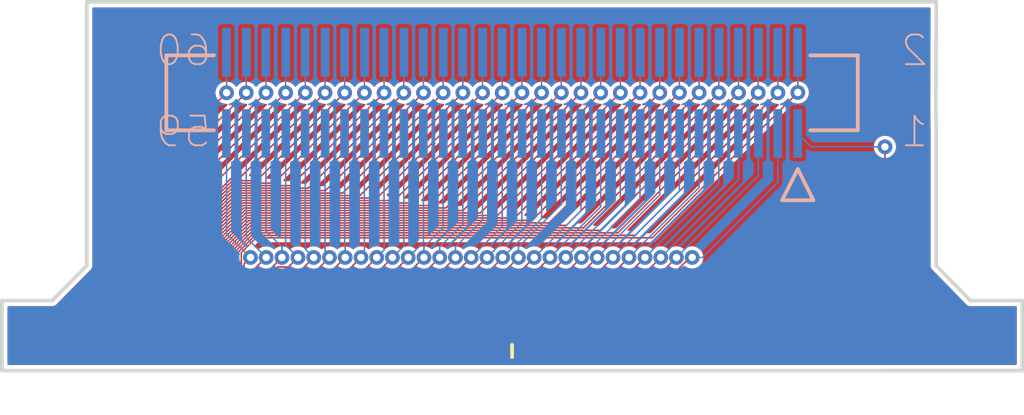
<source format=kicad_pcb>
(kicad_pcb (version 20171130) (host pcbnew 5.1.5)
  (layers (0 Top signal) (31 Bottom signal) (34 B.Paste user) (35 F.Paste user) (36 B.SilkS user) (37 F.SilkS user) (38 B.Mask user) (39 F.Mask user) (44 Edge.Cuts user))
  (net 0 "")
  (net 1 /P47)
  (net 2 /P46)
  (net 3 /P45)
  (net 4 /P44)
  (net 5 /P43)
  (net 6 /P42)
  (net 7 /P41)
  (net 8 /P40)
  (net 9 /P39)
  (net 10 /P38)
  (net 11 /P37)
  (net 12 /P36)
  (net 13 /P35)
  (net 14 /P34)
  (net 15 /P33)
  (net 16 /P32)
  (net 17 /P31)
  (net 18 /P30)
  (net 19 /P29)
  (net 20 /P28)
  (net 21 /P27)
  (net 22 /P26)
  (net 23 /P25)
  (net 24 /P24)
  (net 25 /P23)
  (net 26 /P22)
  (net 27 /P21)
  (net 28 /P20)
  (net 29 /P19)
  (net 30 /P18)
  (net 31 /P17)
  (net 32 /P16)
  (net 33 /P15)
  (net 34 /P14)
  (net 35 /P13)
  (net 36 /P12)
  (net 37 /P11)
  (net 38 /P10)
  (net 39 /P9)
  (net 40 /P8)
  (net 41 /P7)
  (net 42 /P6)
  (net 43 /P5)
  (net 44 /P4)
  (net 45 /P3)
  (net 46 /P2)
  (net 47 /P1)
  (net 48 /COM)
  (net 49 /P48)
  (net 50 /P49)
  (net 51 /P50)
  (net 52 /P51)
  (net 53 /P52)
  (net 54 /P53)
  (net 55 /P54)
  (net 56 /P55)
  (net 57 /P56)
  (net 58 /P57)
  (net 59 /P58)
  (net 60 /P59)
  (net 61 /P70)
  (net 62 /P69)
  (net 63 /P68)
  (net 64 /P67)
  (net 65 /P66)
  (net 66 /P65)
  (net 67 /P64)
  (net 68 /P63)
  (net 69 /P62)
  (net 70 /P61)
  (net 71 /P60)
  (module unl_silab:ETROC_70pad_61x126um_110um_pitch (layer Top) (at 155.07 111.58)
    (fp_text reference J3 hide)
    (fp_text value Conn_02x35_Top_Bottom hide)
    (pad 70 smd rect (at 7.59 0) (size 0.061 0.126) (layers Top F.Mask) (net 48 /COM))
    (pad 69 smd rect (at 7.48 0) (size 0.061 0.126) (layers Top F.Mask) (net 48 /COM))
    (pad 68 smd rect (at 7.37 0) (size 0.061 0.126) (layers Top F.Mask) (net 48 /COM))
    (pad 67 smd rect (at 7.26 0) (size 0.061 0.126) (layers Top F.Mask) (net 48 /COM))
    (pad 66 smd rect (at 7.15 0) (size 0.061 0.126) (layers Top F.Mask) (net 48 /COM))
    (pad 65 smd rect (at 7.04 0) (size 0.061 0.126) (layers Top F.Mask) (net 48 /COM))
    (pad 64 smd rect (at 6.93 0) (size 0.061 0.126) (layers Top F.Mask) (net 48 /COM))
    (pad 63 smd rect (at 6.82 0) (size 0.061 0.126) (layers Top F.Mask) (net 48 /COM))
    (pad 62 smd rect (at 6.71 0) (size 0.061 0.126) (layers Top F.Mask) (net 48 /COM))
    (pad 61 smd rect (at 6.6 0) (size 0.061 0.126) (layers Top F.Mask) (net 48 /COM))
    (pad 60 smd rect (at 6.49 0) (size 0.061 0.126) (layers Top F.Mask) (net 48 /COM))
    (pad 59 smd rect (at 6.38 0) (size 0.061 0.126) (layers Top F.Mask) (net 48 /COM))
    (pad 58 smd rect (at 6.27 0) (size 0.061 0.126) (layers Top F.Mask) (net 48 /COM))
    (pad 57 smd rect (at 6.16 0) (size 0.061 0.126) (layers Top F.Mask) (net 48 /COM))
    (pad 56 smd rect (at 6.05 0) (size 0.061 0.126) (layers Top F.Mask) (net 48 /COM))
    (pad 55 smd rect (at 5.94 0) (size 0.061 0.126) (layers Top F.Mask) (net 48 /COM))
    (pad 54 smd rect (at 5.83 0) (size 0.061 0.126) (layers Top F.Mask) (net 48 /COM))
    (pad 53 smd rect (at 5.72 0) (size 0.061 0.126) (layers Top F.Mask) (net 48 /COM))
    (pad 52 smd rect (at 5.61 0) (size 0.061 0.126) (layers Top F.Mask) (net 48 /COM))
    (pad 51 smd rect (at 5.5 0) (size 0.061 0.126) (layers Top F.Mask) (net 48 /COM))
    (pad 50 smd rect (at 5.39 0) (size 0.061 0.126) (layers Top F.Mask) (net 48 /COM))
    (pad 49 smd rect (at 5.28 0) (size 0.061 0.126) (layers Top F.Mask) (net 48 /COM))
    (pad 48 smd rect (at 5.17 0) (size 0.061 0.126) (layers Top F.Mask) (net 48 /COM))
    (pad 47 smd rect (at 5.06 0) (size 0.061 0.126) (layers Top F.Mask) (net 48 /COM))
    (pad 46 smd rect (at 4.95 0) (size 0.061 0.126) (layers Top F.Mask) (net 48 /COM))
    (pad 45 smd rect (at 4.84 0) (size 0.061 0.126) (layers Top F.Mask) (net 48 /COM))
    (pad 44 smd rect (at 4.73 0) (size 0.061 0.126) (layers Top F.Mask) (net 48 /COM))
    (pad 43 smd rect (at 4.62 0) (size 0.061 0.126) (layers Top F.Mask) (net 48 /COM))
    (pad 42 smd rect (at 4.51 0) (size 0.061 0.126) (layers Top F.Mask) (net 48 /COM))
    (pad 41 smd rect (at 4.4 0) (size 0.061 0.126) (layers Top F.Mask) (net 48 /COM))
    (pad 40 smd rect (at 4.29 0) (size 0.061 0.126) (layers Top F.Mask) (net 48 /COM))
    (pad 39 smd rect (at 4.18 0) (size 0.061 0.126) (layers Top F.Mask) (net 48 /COM))
    (pad 38 smd rect (at 4.07 0) (size 0.061 0.126) (layers Top F.Mask) (net 48 /COM))
    (pad 37 smd rect (at 3.96 0) (size 0.061 0.126) (layers Top F.Mask) (net 48 /COM))
    (pad 36 smd rect (at 3.85 0) (size 0.061 0.126) (layers Top F.Mask) (net 48 /COM))
    (pad 35 smd rect (at 3.74 0) (size 0.061 0.126) (layers Top F.Mask) (net 48 /COM))
    (pad 34 smd rect (at 3.63 0) (size 0.061 0.126) (layers Top F.Mask) (net 48 /COM))
    (pad 33 smd rect (at 3.52 0) (size 0.061 0.126) (layers Top F.Mask) (net 48 /COM))
    (pad 32 smd rect (at 3.41 0) (size 0.061 0.126) (layers Top F.Mask) (net 48 /COM))
    (pad 31 smd rect (at 3.3 0) (size 0.061 0.126) (layers Top F.Mask) (net 48 /COM))
    (pad 30 smd rect (at 3.19 0) (size 0.061 0.126) (layers Top F.Mask) (net 48 /COM))
    (pad 29 smd rect (at 3.08 0) (size 0.061 0.126) (layers Top F.Mask) (net 48 /COM))
    (pad 28 smd rect (at 2.97 0) (size 0.061 0.126) (layers Top F.Mask) (net 48 /COM))
    (pad 27 smd rect (at 2.86 0) (size 0.061 0.126) (layers Top F.Mask) (net 48 /COM))
    (pad 26 smd rect (at 2.75 0) (size 0.061 0.126) (layers Top F.Mask) (net 48 /COM))
    (pad 25 smd rect (at 2.64 0) (size 0.061 0.126) (layers Top F.Mask) (net 48 /COM))
    (pad 24 smd rect (at 2.53 0) (size 0.061 0.126) (layers Top F.Mask) (net 48 /COM))
    (pad 23 smd rect (at 2.42 0) (size 0.061 0.126) (layers Top F.Mask) (net 48 /COM))
    (pad 22 smd rect (at 2.31 0) (size 0.061 0.126) (layers Top F.Mask) (net 48 /COM))
    (pad 21 smd rect (at 2.2 0) (size 0.061 0.126) (layers Top F.Mask) (net 48 /COM))
    (pad 20 smd rect (at 2.09 0) (size 0.061 0.126) (layers Top F.Mask) (net 48 /COM))
    (pad 19 smd rect (at 1.98 0) (size 0.061 0.126) (layers Top F.Mask) (net 48 /COM))
    (pad 18 smd rect (at 1.87 0) (size 0.061 0.126) (layers Top F.Mask) (net 48 /COM))
    (pad 17 smd rect (at 1.76 0) (size 0.061 0.126) (layers Top F.Mask) (net 48 /COM))
    (pad 16 smd rect (at 1.65 0) (size 0.061 0.126) (layers Top F.Mask) (net 48 /COM))
    (pad 15 smd rect (at 1.54 0) (size 0.061 0.126) (layers Top F.Mask) (net 48 /COM))
    (pad 14 smd rect (at 1.43 0) (size 0.061 0.126) (layers Top F.Mask) (net 48 /COM))
    (pad 13 smd rect (at 1.32 0) (size 0.061 0.126) (layers Top F.Mask) (net 48 /COM))
    (pad 12 smd rect (at 1.21 0) (size 0.061 0.126) (layers Top F.Mask) (net 48 /COM))
    (pad 11 smd rect (at 1.1 0) (size 0.061 0.126) (layers Top F.Mask) (net 48 /COM))
    (pad 10 smd rect (at 0.99 0) (size 0.061 0.126) (layers Top F.Mask) (net 48 /COM))
    (pad 9 smd rect (at 0.88 0) (size 0.061 0.126) (layers Top F.Mask) (net 48 /COM))
    (pad 8 smd rect (at 0.77 0) (size 0.061 0.126) (layers Top F.Mask) (net 48 /COM))
    (pad 7 smd rect (at 0.66 0) (size 0.061 0.126) (layers Top F.Mask) (net 48 /COM))
    (pad 6 smd rect (at 0.55 0) (size 0.061 0.126) (layers Top F.Mask) (net 48 /COM))
    (pad 5 smd rect (at 0.44 0) (size 0.061 0.126) (layers Top F.Mask) (net 48 /COM))
    (pad 4 smd rect (at 0.33 0) (size 0.061 0.126) (layers Top F.Mask) (net 48 /COM))
    (pad 3 smd rect (at 0.22 0) (size 0.061 0.126) (layers Top F.Mask) (net 48 /COM))
    (pad 2 smd rect (at 0.11 0) (size 0.061 0.126) (layers Top F.Mask) (net 48 /COM))
    (pad 1 smd rect (at 0 0) (size 0.061 0.126) (layers Top F.Mask) (net 48 /COM))
  )
  (module unl_silab:ETROC_70pad_61x126um_110um_pitch (layer Top) (at 134.31 111.58)
    (fp_text reference J2 hide)
    (fp_text value Conn_02x35_Top_Bottom hide)
    (pad 70 smd rect (at 7.59 0) (size 0.061 0.126) (layers Top F.Mask) (net 61 /P70))
    (pad 69 smd rect (at 7.48 0) (size 0.061 0.126) (layers Top F.Mask) (net 62 /P69))
    (pad 68 smd rect (at 7.37 0) (size 0.061 0.126) (layers Top F.Mask) (net 63 /P68))
    (pad 67 smd rect (at 7.26 0) (size 0.061 0.126) (layers Top F.Mask) (net 64 /P67))
    (pad 66 smd rect (at 7.15 0) (size 0.061 0.126) (layers Top F.Mask) (net 65 /P66))
    (pad 65 smd rect (at 7.04 0) (size 0.061 0.126) (layers Top F.Mask) (net 66 /P65))
    (pad 64 smd rect (at 6.93 0) (size 0.061 0.126) (layers Top F.Mask) (net 67 /P64))
    (pad 63 smd rect (at 6.82 0) (size 0.061 0.126) (layers Top F.Mask) (net 68 /P63))
    (pad 62 smd rect (at 6.71 0) (size 0.061 0.126) (layers Top F.Mask) (net 69 /P62))
    (pad 61 smd rect (at 6.6 0) (size 0.061 0.126) (layers Top F.Mask) (net 70 /P61))
    (pad 60 smd rect (at 6.49 0) (size 0.061 0.126) (layers Top F.Mask) (net 71 /P60))
    (pad 59 smd rect (at 6.38 0) (size 0.061 0.126) (layers Top F.Mask) (net 60 /P59))
    (pad 58 smd rect (at 6.27 0) (size 0.061 0.126) (layers Top F.Mask) (net 59 /P58))
    (pad 57 smd rect (at 6.16 0) (size 0.061 0.126) (layers Top F.Mask) (net 58 /P57))
    (pad 56 smd rect (at 6.05 0) (size 0.061 0.126) (layers Top F.Mask) (net 57 /P56))
    (pad 55 smd rect (at 5.94 0) (size 0.061 0.126) (layers Top F.Mask) (net 56 /P55))
    (pad 54 smd rect (at 5.83 0) (size 0.061 0.126) (layers Top F.Mask) (net 55 /P54))
    (pad 53 smd rect (at 5.72 0) (size 0.061 0.126) (layers Top F.Mask) (net 54 /P53))
    (pad 52 smd rect (at 5.61 0) (size 0.061 0.126) (layers Top F.Mask) (net 53 /P52))
    (pad 51 smd rect (at 5.5 0) (size 0.061 0.126) (layers Top F.Mask) (net 52 /P51))
    (pad 50 smd rect (at 5.39 0) (size 0.061 0.126) (layers Top F.Mask) (net 51 /P50))
    (pad 49 smd rect (at 5.28 0) (size 0.061 0.126) (layers Top F.Mask) (net 50 /P49))
    (pad 48 smd rect (at 5.17 0) (size 0.061 0.126) (layers Top F.Mask) (net 49 /P48))
    (pad 47 smd rect (at 5.06 0) (size 0.061 0.126) (layers Top F.Mask) (net 1 /P47))
    (pad 46 smd rect (at 4.95 0) (size 0.061 0.126) (layers Top F.Mask) (net 2 /P46))
    (pad 45 smd rect (at 4.84 0) (size 0.061 0.126) (layers Top F.Mask) (net 3 /P45))
    (pad 44 smd rect (at 4.73 0) (size 0.061 0.126) (layers Top F.Mask) (net 4 /P44))
    (pad 43 smd rect (at 4.62 0) (size 0.061 0.126) (layers Top F.Mask) (net 5 /P43))
    (pad 42 smd rect (at 4.51 0) (size 0.061 0.126) (layers Top F.Mask) (net 6 /P42))
    (pad 41 smd rect (at 4.4 0) (size 0.061 0.126) (layers Top F.Mask) (net 7 /P41))
    (pad 40 smd rect (at 4.29 0) (size 0.061 0.126) (layers Top F.Mask) (net 8 /P40))
    (pad 39 smd rect (at 4.18 0) (size 0.061 0.126) (layers Top F.Mask) (net 9 /P39))
    (pad 38 smd rect (at 4.07 0) (size 0.061 0.126) (layers Top F.Mask) (net 10 /P38))
    (pad 37 smd rect (at 3.96 0) (size 0.061 0.126) (layers Top F.Mask) (net 11 /P37))
    (pad 36 smd rect (at 3.85 0) (size 0.061 0.126) (layers Top F.Mask) (net 12 /P36))
    (pad 35 smd rect (at 3.74 0) (size 0.061 0.126) (layers Top F.Mask) (net 13 /P35))
    (pad 34 smd rect (at 3.63 0) (size 0.061 0.126) (layers Top F.Mask) (net 14 /P34))
    (pad 33 smd rect (at 3.52 0) (size 0.061 0.126) (layers Top F.Mask) (net 15 /P33))
    (pad 32 smd rect (at 3.41 0) (size 0.061 0.126) (layers Top F.Mask) (net 16 /P32))
    (pad 31 smd rect (at 3.3 0) (size 0.061 0.126) (layers Top F.Mask) (net 17 /P31))
    (pad 30 smd rect (at 3.19 0) (size 0.061 0.126) (layers Top F.Mask) (net 18 /P30))
    (pad 29 smd rect (at 3.08 0) (size 0.061 0.126) (layers Top F.Mask) (net 19 /P29))
    (pad 28 smd rect (at 2.97 0) (size 0.061 0.126) (layers Top F.Mask) (net 20 /P28))
    (pad 27 smd rect (at 2.86 0) (size 0.061 0.126) (layers Top F.Mask) (net 21 /P27))
    (pad 26 smd rect (at 2.75 0) (size 0.061 0.126) (layers Top F.Mask) (net 22 /P26))
    (pad 25 smd rect (at 2.64 0) (size 0.061 0.126) (layers Top F.Mask) (net 23 /P25))
    (pad 24 smd rect (at 2.53 0) (size 0.061 0.126) (layers Top F.Mask) (net 24 /P24))
    (pad 23 smd rect (at 2.42 0) (size 0.061 0.126) (layers Top F.Mask) (net 25 /P23))
    (pad 22 smd rect (at 2.31 0) (size 0.061 0.126) (layers Top F.Mask) (net 26 /P22))
    (pad 21 smd rect (at 2.2 0) (size 0.061 0.126) (layers Top F.Mask) (net 27 /P21))
    (pad 20 smd rect (at 2.09 0) (size 0.061 0.126) (layers Top F.Mask) (net 28 /P20))
    (pad 19 smd rect (at 1.98 0) (size 0.061 0.126) (layers Top F.Mask) (net 29 /P19))
    (pad 18 smd rect (at 1.87 0) (size 0.061 0.126) (layers Top F.Mask) (net 30 /P18))
    (pad 17 smd rect (at 1.76 0) (size 0.061 0.126) (layers Top F.Mask) (net 31 /P17))
    (pad 16 smd rect (at 1.65 0) (size 0.061 0.126) (layers Top F.Mask) (net 32 /P16))
    (pad 15 smd rect (at 1.54 0) (size 0.061 0.126) (layers Top F.Mask) (net 33 /P15))
    (pad 14 smd rect (at 1.43 0) (size 0.061 0.126) (layers Top F.Mask) (net 34 /P14))
    (pad 13 smd rect (at 1.32 0) (size 0.061 0.126) (layers Top F.Mask) (net 35 /P13))
    (pad 12 smd rect (at 1.21 0) (size 0.061 0.126) (layers Top F.Mask) (net 36 /P12))
    (pad 11 smd rect (at 1.1 0) (size 0.061 0.126) (layers Top F.Mask) (net 37 /P11))
    (pad 10 smd rect (at 0.99 0) (size 0.061 0.126) (layers Top F.Mask) (net 38 /P10))
    (pad 9 smd rect (at 0.88 0) (size 0.061 0.126) (layers Top F.Mask) (net 39 /P9))
    (pad 8 smd rect (at 0.77 0) (size 0.061 0.126) (layers Top F.Mask) (net 40 /P8))
    (pad 7 smd rect (at 0.66 0) (size 0.061 0.126) (layers Top F.Mask) (net 41 /P7))
    (pad 6 smd rect (at 0.55 0) (size 0.061 0.126) (layers Top F.Mask) (net 42 /P6))
    (pad 5 smd rect (at 0.44 0) (size 0.061 0.126) (layers Top F.Mask) (net 43 /P5))
    (pad 4 smd rect (at 0.33 0) (size 0.061 0.126) (layers Top F.Mask) (net 44 /P4))
    (pad 3 smd rect (at 0.22 0) (size 0.061 0.126) (layers Top F.Mask) (net 45 /P3))
    (pad 2 smd rect (at 0.11 0) (size 0.061 0.126) (layers Top F.Mask) (net 46 /P2))
    (pad 1 smd rect (at 0 0) (size 0.061 0.126) (layers Top F.Mask) (net 47 /P1))
  )
  (module MechanicalAlNFlex:SAMTEC_FTE-130-01-G-DV-EC (layer Bottom) (at 148.5011 101.2036 180)
    (fp_text reference J1 hide)
    (fp_text value Conn_02x30_Odd_Even)
    (fp_text user 59 (at 14.5542 -2.286 180) (layer B.SilkS) (effects (font (size 1.2065 1.2065) (thickness 0.0762)) (justify right bottom mirror)))
    (fp_text user 60 (at 14.5542 1.016 180) (layer B.SilkS) (effects (font (size 1.2065 1.2065) (thickness 0.0762)) (justify right bottom mirror)))
    (fp_text user 1 (at -15.7226 -2.286 180) (layer B.SilkS) (effects (font (size 1.2065 1.2065) (thickness 0.0762)) (justify right bottom mirror)))
    (fp_text user 2 (at -15.7226 1.016 180) (layer B.SilkS) (effects (font (size 1.2065 1.2065) (thickness 0.0762)) (justify right bottom mirror)))
    (pad 60 smd rect (at 11.6078 1.651 180) (size 0.3556 1.9812) (layers Bottom B.Paste B.Mask) (net 47 /P1))
    (pad 59 smd rect (at 11.6078 -1.651 180) (size 0.3556 1.9812) (layers Bottom B.Paste B.Mask) (net 17 /P31))
    (pad 58 smd rect (at 10.795 1.651 180) (size 0.3556 1.9812) (layers Bottom B.Paste B.Mask) (net 46 /P2))
    (pad 57 smd rect (at 10.795 -1.651 180) (size 0.3556 1.9812) (layers Bottom B.Paste B.Mask) (net 16 /P32))
    (pad 56 smd rect (at 10.0076 1.651 180) (size 0.3556 1.9812) (layers Bottom B.Paste B.Mask) (net 45 /P3))
    (pad 55 smd rect (at 10.0076 -1.651 180) (size 0.3556 1.9812) (layers Bottom B.Paste B.Mask) (net 15 /P33))
    (pad 54 smd rect (at 9.1948 1.651 180) (size 0.3556 1.9812) (layers Bottom B.Paste B.Mask) (net 44 /P4))
    (pad 53 smd rect (at 9.1948 -1.651 180) (size 0.3556 1.9812) (layers Bottom B.Paste B.Mask) (net 14 /P34))
    (pad 52 smd rect (at 8.4074 1.651 180) (size 0.3556 1.9812) (layers Bottom B.Paste B.Mask) (net 43 /P5))
    (pad 51 smd rect (at 8.4074 -1.651 180) (size 0.3556 1.9812) (layers Bottom B.Paste B.Mask) (net 13 /P35))
    (pad 50 smd rect (at 7.5946 1.651 180) (size 0.3556 1.9812) (layers Bottom B.Paste B.Mask) (net 42 /P6))
    (pad 49 smd rect (at 7.5946 -1.651 180) (size 0.3556 1.9812) (layers Bottom B.Paste B.Mask) (net 12 /P36))
    (pad 48 smd rect (at 6.8072 1.651 180) (size 0.3556 1.9812) (layers Bottom B.Paste B.Mask) (net 41 /P7))
    (pad 47 smd rect (at 6.8072 -1.651 180) (size 0.3556 1.9812) (layers Bottom B.Paste B.Mask) (net 11 /P37))
    (pad 46 smd rect (at 5.9944 1.651 180) (size 0.3556 1.9812) (layers Bottom B.Paste B.Mask) (net 40 /P8))
    (pad 45 smd rect (at 5.9944 -1.651 180) (size 0.3556 1.9812) (layers Bottom B.Paste B.Mask) (net 10 /P38))
    (pad 44 smd rect (at 5.207 1.651 180) (size 0.3556 1.9812) (layers Bottom B.Paste B.Mask) (net 39 /P9))
    (pad 43 smd rect (at 5.207 -1.651 180) (size 0.3556 1.9812) (layers Bottom B.Paste B.Mask) (net 9 /P39))
    (pad 42 smd rect (at 4.3942 1.651 180) (size 0.3556 1.9812) (layers Bottom B.Paste B.Mask) (net 38 /P10))
    (pad 41 smd rect (at 4.3942 -1.651 180) (size 0.3556 1.9812) (layers Bottom B.Paste B.Mask) (net 8 /P40))
    (pad 40 smd rect (at 3.6068 1.651 180) (size 0.3556 1.9812) (layers Bottom B.Paste B.Mask) (net 37 /P11))
    (pad 39 smd rect (at 3.6068 -1.651 180) (size 0.3556 1.9812) (layers Bottom B.Paste B.Mask) (net 7 /P41))
    (pad 38 smd rect (at 2.794 1.651 180) (size 0.3556 1.9812) (layers Bottom B.Paste B.Mask) (net 36 /P12))
    (pad 37 smd rect (at 2.794 -1.651 180) (size 0.3556 1.9812) (layers Bottom B.Paste B.Mask) (net 6 /P42))
    (pad 36 smd rect (at 2.0066 1.651 180) (size 0.3556 1.9812) (layers Bottom B.Paste B.Mask) (net 35 /P13))
    (pad 35 smd rect (at 2.0066 -1.651 180) (size 0.3556 1.9812) (layers Bottom B.Paste B.Mask) (net 5 /P43))
    (pad 34 smd rect (at 1.1938 1.651 180) (size 0.3556 1.9812) (layers Bottom B.Paste B.Mask) (net 34 /P14))
    (pad 33 smd rect (at 1.1938 -1.651 180) (size 0.3556 1.9812) (layers Bottom B.Paste B.Mask) (net 4 /P44))
    (pad 32 smd rect (at 0.4064 1.651 180) (size 0.3556 1.9812) (layers Bottom B.Paste B.Mask) (net 33 /P15))
    (pad 31 smd rect (at 0.4064 -1.651 180) (size 0.3556 1.9812) (layers Bottom B.Paste B.Mask) (net 3 /P45))
    (pad 30 smd rect (at -0.4064 1.651 180) (size 0.3556 1.9812) (layers Bottom B.Paste B.Mask) (net 32 /P16))
    (pad 29 smd rect (at -0.4064 -1.651 180) (size 0.3556 1.9812) (layers Bottom B.Paste B.Mask) (net 2 /P46))
    (pad 28 smd rect (at -1.1938 1.651 180) (size 0.3556 1.9812) (layers Bottom B.Paste B.Mask) (net 31 /P17))
    (pad 27 smd rect (at -1.1938 -1.651 180) (size 0.3556 1.9812) (layers Bottom B.Paste B.Mask) (net 1 /P47))
    (pad 26 smd rect (at -2.0066 1.651 180) (size 0.3556 1.9812) (layers Bottom B.Paste B.Mask) (net 30 /P18))
    (pad 25 smd rect (at -2.0066 -1.651 180) (size 0.3556 1.9812) (layers Bottom B.Paste B.Mask) (net 49 /P48))
    (pad 24 smd rect (at -2.794 1.651 180) (size 0.3556 1.9812) (layers Bottom B.Paste B.Mask) (net 29 /P19))
    (pad 23 smd rect (at -2.794 -1.651 180) (size 0.3556 1.9812) (layers Bottom B.Paste B.Mask) (net 50 /P49))
    (pad 22 smd rect (at -3.6068 1.651 180) (size 0.3556 1.9812) (layers Bottom B.Paste B.Mask) (net 28 /P20))
    (pad 21 smd rect (at -3.6068 -1.651 180) (size 0.3556 1.9812) (layers Bottom B.Paste B.Mask) (net 51 /P50))
    (pad 20 smd rect (at -4.3942 1.651 180) (size 0.3556 1.9812) (layers Bottom B.Paste B.Mask) (net 27 /P21))
    (pad 19 smd rect (at -4.3942 -1.651 180) (size 0.3556 1.9812) (layers Bottom B.Paste B.Mask) (net 52 /P51))
    (pad 18 smd rect (at -5.207 1.651 180) (size 0.3556 1.9812) (layers Bottom B.Paste B.Mask) (net 26 /P22))
    (pad 17 smd rect (at -5.207 -1.651 180) (size 0.3556 1.9812) (layers Bottom B.Paste B.Mask) (net 53 /P52))
    (pad 16 smd rect (at -5.9944 1.651 180) (size 0.3556 1.9812) (layers Bottom B.Paste B.Mask) (net 25 /P23))
    (pad 15 smd rect (at -5.9944 -1.651 180) (size 0.3556 1.9812) (layers Bottom B.Paste B.Mask) (net 54 /P53))
    (pad 14 smd rect (at -6.8072 1.651 180) (size 0.3556 1.9812) (layers Bottom B.Paste B.Mask) (net 24 /P24))
    (pad 13 smd rect (at -6.8072 -1.651 180) (size 0.3556 1.9812) (layers Bottom B.Paste B.Mask) (net 55 /P54))
    (pad 12 smd rect (at -7.5946 1.651 180) (size 0.3556 1.9812) (layers Bottom B.Paste B.Mask) (net 23 /P25))
    (pad 11 smd rect (at -7.5946 -1.651 180) (size 0.3556 1.9812) (layers Bottom B.Paste B.Mask) (net 56 /P55))
    (pad 10 smd rect (at -8.4074 1.651 180) (size 0.3556 1.9812) (layers Bottom B.Paste B.Mask) (net 22 /P26))
    (pad 9 smd rect (at -8.4074 -1.651 180) (size 0.3556 1.9812) (layers Bottom B.Paste B.Mask) (net 57 /P56))
    (pad 8 smd rect (at -9.1948 1.651 180) (size 0.3556 1.9812) (layers Bottom B.Paste B.Mask) (net 21 /P27))
    (pad 7 smd rect (at -9.1948 -1.651 180) (size 0.3556 1.9812) (layers Bottom B.Paste B.Mask) (net 58 /P57))
    (pad 6 smd rect (at -10.0076 1.651 180) (size 0.3556 1.9812) (layers Bottom B.Paste B.Mask) (net 20 /P28))
    (pad 5 smd rect (at -10.0076 -1.651 180) (size 0.3556 1.9812) (layers Bottom B.Paste B.Mask) (net 59 /P58))
    (pad 4 smd rect (at -10.795 1.651 180) (size 0.3556 1.9812) (layers Bottom B.Paste B.Mask) (net 19 /P29))
    (pad 3 smd rect (at -10.795 -1.651 180) (size 0.3556 1.9812) (layers Bottom B.Paste B.Mask) (net 60 /P59))
    (pad 2 smd rect (at -11.6078 1.651 180) (size 0.3556 1.9812) (layers Bottom B.Paste B.Mask) (net 18 /P30))
    (pad 1 smd rect (at -11.6078 -1.651 180) (size 0.3556 1.9812) (layers Bottom B.Paste B.Mask) (net 48 /COM))
  )
  (gr_line (start 127.7711 112.5036) (end 163.5211 112.5036) (layer F.SilkS) (width 0.1524))
  (gr_line (start 127.7711 112.5036) (end 169.2311 112.5036) (layer Edge.Cuts) (width 0.1524))
  (gr_line (start 169.2311 112.5036) (end 169.2311 109.6536) (layer Edge.Cuts) (width 0.1524))
  (gr_line (start 169.2311 109.6536) (end 167.1211 109.6536) (layer Edge.Cuts) (width 0.1524))
  (gr_line (start 167.1211 109.6536) (end 165.7311 108.2336) (layer Edge.Cuts) (width 0.1524))
  (gr_line (start 165.7311 108.2336) (end 165.7311 102.8536) (layer Edge.Cuts) (width 0.1524))
  (gr_line (start 165.7311 102.8536) (end 165.7211 101.8036) (layer Edge.Cuts) (width 0.1524))
  (gr_line (start 165.7311 97.5036) (end 131.2211 97.5036) (layer Edge.Cuts) (width 0.1524))
  (gr_line (start 131.2211 97.5036) (end 131.2211 108.2336) (layer Edge.Cuts) (width 0.1524))
  (gr_line (start 131.2211 108.2336) (end 129.8211 109.6536) (layer Edge.Cuts) (width 0.1524))
  (gr_line (start 129.8211 109.6536) (end 127.7711 109.6536) (layer Edge.Cuts) (width 0.1524))
  (gr_line (start 127.7711 109.6536) (end 127.7711 112.5036) (layer Edge.Cuts) (width 0.1524))
  (gr_line (start 165.7311 97.5036) (end 165.7211 101.8036) (layer Edge.Cuts) (width 0.1524))
  (gr_line (start 148.5011 111.4536) (end 148.5011 111.9536) (layer F.SilkS) (width 0.1524))
  (via (at 148.120039 107.9) (size 0.6) (drill 0.3) (layers Top Bottom) (net 1))
  (segment (start 146.419029 109.60101) (end 148.120039 107.9) (width 0.061) (layer Top) (net 1))
  (segment (start 139.79899 109.60101) (end 146.419029 109.60101) (width 0.061) (layer Top) (net 1))
  (segment (start 139.37 111.58) (end 139.37 110.03) (width 0.061) (layer Top) (net 1))
  (segment (start 139.37 110.03) (end 139.79899 109.60101) (width 0.061) (layer Top) (net 1))
  (segment (start 148.120039 107.9) (end 149.7 106.320039) (width 0.061) (layer Bottom) (net 1))
  (segment (start 149.7 106.320039) (end 149.7 102.9) (width 0.061) (layer Bottom) (net 1))
  (via (at 147.480036 107.9) (size 0.6) (drill 0.3) (layers Top Bottom) (net 2))
  (segment (start 145.880036 109.5) (end 147.480036 107.9) (width 0.061) (layer Top) (net 2))
  (segment (start 139.7 109.5) (end 145.880036 109.5) (width 0.061) (layer Top) (net 2))
  (segment (start 139.26 111.58) (end 139.26 109.94) (width 0.061) (layer Top) (net 2))
  (segment (start 139.26 109.94) (end 139.7 109.5) (width 0.061) (layer Top) (net 2))
  (segment (start 147.480036 107.9) (end 148.9 106.480036) (width 0.061) (layer Bottom) (net 2))
  (segment (start 148.9 106.480036) (end 148.9 102.85) (width 0.061) (layer Bottom) (net 2))
  (via (at 146.840033 107.9) (size 0.6) (drill 0.3) (layers Top Bottom) (net 3))
  (segment (start 146.540034 108.199999) (end 146.840033 107.9) (width 0.061) (layer Top) (net 3))
  (segment (start 145.341044 109.398989) (end 146.540034 108.199999) (width 0.061) (layer Top) (net 3))
  (segment (start 139.601011 109.398989) (end 145.341044 109.398989) (width 0.061) (layer Top) (net 3))
  (segment (start 139.15 111.58) (end 139.15 109.85) (width 0.061) (layer Top) (net 3))
  (segment (start 139.15 109.85) (end 139.601011 109.398989) (width 0.061) (layer Top) (net 3))
  (segment (start 146.840033 107.9) (end 148.1 106.640033) (width 0.061) (layer Bottom) (net 3))
  (segment (start 148.1 106.640033) (end 148.1 102.85) (width 0.061) (layer Bottom) (net 3))
  (via (at 146.20003 107.9) (size 0.6) (drill 0.3) (layers Top Bottom) (net 4))
  (segment (start 145.900031 108.199999) (end 146.20003 107.9) (width 0.061) (layer Top) (net 4))
  (segment (start 144.802052 109.297978) (end 145.900031 108.199999) (width 0.061) (layer Top) (net 4))
  (segment (start 139.502022 109.297978) (end 144.802052 109.297978) (width 0.061) (layer Top) (net 4))
  (segment (start 139.04 111.58) (end 139.04 109.76) (width 0.061) (layer Top) (net 4))
  (segment (start 139.04 109.76) (end 139.502022 109.297978) (width 0.061) (layer Top) (net 4))
  (segment (start 146.20003 107.475736) (end 147.3 106.375766) (width 0.061) (layer Bottom) (net 4))
  (segment (start 146.20003 107.9) (end 146.20003 107.475736) (width 0.061) (layer Bottom) (net 4))
  (segment (start 147.3 106.375766) (end 147.3 102.85) (width 0.061) (layer Bottom) (net 4))
  (via (at 145.560027 107.9) (size 0.6) (drill 0.3) (layers Top Bottom) (net 5))
  (segment (start 139.406607 109.196967) (end 144.26306 109.196967) (width 0.061) (layer Top) (net 5))
  (segment (start 144.26306 109.196967) (end 145.260028 108.199999) (width 0.061) (layer Top) (net 5))
  (segment (start 138.93 111.58) (end 138.93 109.673574) (width 0.061) (layer Top) (net 5))
  (segment (start 145.260028 108.199999) (end 145.560027 107.9) (width 0.061) (layer Top) (net 5))
  (segment (start 138.93 109.673574) (end 139.406607 109.196967) (width 0.061) (layer Top) (net 5))
  (segment (start 145.560027 107.475736) (end 146.5 106.535763) (width 0.061) (layer Bottom) (net 5))
  (segment (start 145.560027 107.9) (end 145.560027 107.475736) (width 0.061) (layer Bottom) (net 5))
  (segment (start 146.5 106.535763) (end 146.5 102.85) (width 0.061) (layer Bottom) (net 5))
  (via (at 144.920024 107.9) (size 0.6) (drill 0.3) (layers Top Bottom) (net 6))
  (segment (start 138.82 109.594298) (end 139.318342 109.095956) (width 0.061) (layer Top) (net 6))
  (segment (start 144.620025 108.199999) (end 144.920024 107.9) (width 0.061) (layer Top) (net 6))
  (segment (start 143.724068 109.095956) (end 144.620025 108.199999) (width 0.061) (layer Top) (net 6))
  (segment (start 139.318342 109.095956) (end 143.724068 109.095956) (width 0.061) (layer Top) (net 6))
  (segment (start 138.82 111.58) (end 138.82 109.594298) (width 0.061) (layer Top) (net 6))
  (segment (start 144.920024 107.475736) (end 145.7 106.69576) (width 0.061) (layer Bottom) (net 6))
  (segment (start 144.920024 107.9) (end 144.920024 107.475736) (width 0.061) (layer Bottom) (net 6))
  (segment (start 145.7 106.69576) (end 145.7 102.85) (width 0.061) (layer Bottom) (net 6))
  (via (at 144.280021 107.9) (size 0.6) (drill 0.3) (layers Top Bottom) (net 7))
  (segment (start 138.71 109.561447) (end 139.276502 108.994945) (width 0.061) (layer Top) (net 7))
  (segment (start 143.185076 108.994945) (end 143.980022 108.199999) (width 0.061) (layer Top) (net 7))
  (segment (start 143.980022 108.199999) (end 144.280021 107.9) (width 0.061) (layer Top) (net 7))
  (segment (start 139.276502 108.994945) (end 143.185076 108.994945) (width 0.061) (layer Top) (net 7))
  (segment (start 138.71 111.58) (end 138.71 109.561447) (width 0.061) (layer Top) (net 7))
  (segment (start 144.280021 107.9) (end 144.9 107.280021) (width 0.061) (layer Bottom) (net 7))
  (segment (start 144.9 107.280021) (end 144.9 102.9) (width 0.061) (layer Bottom) (net 7))
  (via (at 143.640018 107.9) (size 0.6) (drill 0.3) (layers Top Bottom) (net 8))
  (segment (start 138.6 109.528596) (end 139.234662 108.893934) (width 0.061) (layer Top) (net 8))
  (segment (start 138.6 111.58) (end 138.6 109.528596) (width 0.061) (layer Top) (net 8))
  (segment (start 142.646084 108.893934) (end 143.340019 108.199999) (width 0.061) (layer Top) (net 8))
  (segment (start 143.340019 108.199999) (end 143.640018 107.9) (width 0.061) (layer Top) (net 8))
  (segment (start 139.234662 108.893934) (end 142.646084 108.893934) (width 0.061) (layer Top) (net 8))
  (segment (start 143.640018 107.9) (end 144.1 107.440018) (width 0.061) (layer Bottom) (net 8))
  (segment (start 144.1 107.440018) (end 144.1 102.85) (width 0.061) (layer Bottom) (net 8))
  (via (at 143.000015 107.9) (size 0.6) (drill 0.3) (layers Top Bottom) (net 9))
  (segment (start 143.3 107.600015) (end 143.3 102.85) (width 0.061) (layer Bottom) (net 9))
  (segment (start 143.000015 107.9) (end 143.3 107.600015) (width 0.061) (layer Bottom) (net 9))
  (segment (start 142.107092 108.792923) (end 142.700016 108.199999) (width 0.061) (layer Top) (net 9))
  (segment (start 139.192822 108.792923) (end 142.107092 108.792923) (width 0.061) (layer Top) (net 9))
  (segment (start 138.49 111.58) (end 138.49 109.495745) (width 0.061) (layer Top) (net 9))
  (segment (start 142.700016 108.199999) (end 143.000015 107.9) (width 0.061) (layer Top) (net 9))
  (segment (start 138.49 109.495745) (end 139.192822 108.792923) (width 0.061) (layer Top) (net 9))
  (via (at 142.360012 107.9) (size 0.6) (drill 0.3) (layers Top Bottom) (net 10))
  (segment (start 142.5 107.760012) (end 142.5 102.85) (width 0.061) (layer Bottom) (net 10))
  (segment (start 142.360012 107.9) (end 142.5 107.760012) (width 0.061) (layer Bottom) (net 10))
  (segment (start 138.38 111.58) (end 138.38 109.462894) (width 0.061) (layer Top) (net 10))
  (segment (start 139.150982 108.691912) (end 141.5681 108.691912) (width 0.061) (layer Top) (net 10))
  (segment (start 138.38 109.462894) (end 139.150982 108.691912) (width 0.061) (layer Top) (net 10))
  (segment (start 142.060013 108.199999) (end 142.360012 107.9) (width 0.061) (layer Top) (net 10))
  (segment (start 141.5681 108.691912) (end 142.060013 108.199999) (width 0.061) (layer Top) (net 10))
  (via (at 141.720009 107.9) (size 0.6) (drill 0.3) (layers Top Bottom) (net 11))
  (segment (start 141.720009 107.475736) (end 141.7 107.455727) (width 0.061) (layer Bottom) (net 11))
  (segment (start 141.720009 107.9) (end 141.720009 107.475736) (width 0.061) (layer Bottom) (net 11))
  (segment (start 141.7 107.455727) (end 141.7 102.85) (width 0.061) (layer Bottom) (net 11))
  (segment (start 141.42001 108.199999) (end 141.720009 107.9) (width 0.061) (layer Top) (net 11))
  (segment (start 141.029108 108.590901) (end 141.42001 108.199999) (width 0.061) (layer Top) (net 11))
  (segment (start 139.109142 108.590901) (end 141.029108 108.590901) (width 0.061) (layer Top) (net 11))
  (segment (start 138.27 109.430043) (end 139.109142 108.590901) (width 0.061) (layer Top) (net 11))
  (segment (start 138.27 111.58) (end 138.27 109.430043) (width 0.061) (layer Top) (net 11))
  (via (at 141.080006 107.9) (size 0.6) (drill 0.3) (layers Top Bottom) (net 12))
  (segment (start 140.988345 107.9) (end 141.080006 107.9) (width 0.061) (layer Top) (net 12))
  (segment (start 140.9 107.719994) (end 140.9 102.85) (width 0.061) (layer Bottom) (net 12))
  (segment (start 141.080006 107.9) (end 140.9 107.719994) (width 0.061) (layer Bottom) (net 12))
  (segment (start 139.067302 108.48989) (end 140.490116 108.48989) (width 0.061) (layer Top) (net 12))
  (segment (start 140.490116 108.48989) (end 140.780007 108.199999) (width 0.061) (layer Top) (net 12))
  (segment (start 140.780007 108.199999) (end 141.080006 107.9) (width 0.061) (layer Top) (net 12))
  (segment (start 138.16 111.58) (end 138.16 109.397192) (width 0.061) (layer Top) (net 12))
  (segment (start 138.16 109.397192) (end 139.067302 108.48989) (width 0.061) (layer Top) (net 12))
  (via (at 140.440003 107.9) (size 0.6) (drill 0.3) (layers Top Bottom) (net 13))
  (segment (start 140.440003 107.9) (end 140.1 107.559997) (width 0.061) (layer Bottom) (net 13))
  (segment (start 140.1 107.559997) (end 140.1 102.85) (width 0.061) (layer Bottom) (net 13))
  (segment (start 138.05 111.58) (end 138.05 109.364341) (width 0.061) (layer Top) (net 13))
  (segment (start 140.140004 108.199999) (end 140.440003 107.9) (width 0.061) (layer Top) (net 13))
  (segment (start 139.951124 108.388879) (end 140.140004 108.199999) (width 0.061) (layer Top) (net 13))
  (segment (start 139.025462 108.388879) (end 139.951124 108.388879) (width 0.061) (layer Top) (net 13))
  (segment (start 138.05 109.364341) (end 139.025462 108.388879) (width 0.061) (layer Top) (net 13))
  (via (at 139.8 107.9) (size 0.6) (drill 0.3) (layers Top Bottom) (net 14))
  (segment (start 139.8 107.9) (end 139.3 107.4) (width 0.061) (layer Bottom) (net 14))
  (segment (start 139.3 107.4) (end 139.3 102.85) (width 0.061) (layer Bottom) (net 14))
  (segment (start 137.94 109.33149) (end 138.983622 108.287868) (width 0.061) (layer Top) (net 14))
  (segment (start 139.500001 108.199999) (end 139.8 107.9) (width 0.061) (layer Top) (net 14))
  (segment (start 137.94 111.58) (end 137.94 109.33149) (width 0.061) (layer Top) (net 14))
  (segment (start 139.412132 108.287868) (end 139.500001 108.199999) (width 0.061) (layer Top) (net 14))
  (segment (start 138.983622 108.287868) (end 139.412132 108.287868) (width 0.061) (layer Top) (net 14))
  (via (at 139.150506 107.9) (size 0.6) (drill 0.3) (layers Top Bottom) (net 15))
  (segment (start 138.9 108.15) (end 139.150506 107.9) (width 0.061) (layer Top) (net 15))
  (segment (start 137.83 111.58) (end 137.83 109.22) (width 0.061) (layer Top) (net 15))
  (segment (start 137.83 109.22) (end 138.9 108.15) (width 0.061) (layer Top) (net 15))
  (segment (start 139.150506 107.475736) (end 138.5 106.82523) (width 0.061) (layer Bottom) (net 15))
  (segment (start 139.150506 107.9) (end 139.150506 107.475736) (width 0.061) (layer Bottom) (net 15))
  (segment (start 138.5 106.82523) (end 138.5 102.85) (width 0.061) (layer Bottom) (net 15))
  (via (at 138.510503 107.9) (size 0.6) (drill 0.3) (layers Top Bottom) (net 16))
  (segment (start 138.2 108.2) (end 138.510503 107.9) (width 0.061) (layer Top) (net 16))
  (segment (start 137.72 111.58) (end 137.72 108.68) (width 0.061) (layer Top) (net 16))
  (segment (start 137.72 108.68) (end 138.2 108.2) (width 0.061) (layer Top) (net 16))
  (segment (start 138.510503 107.9) (end 137.7 107.089497) (width 0.061) (layer Bottom) (net 16))
  (segment (start 137.7 107.089497) (end 137.7 102.85) (width 0.061) (layer Bottom) (net 16))
  (via (at 137.8705 107.9) (size 0.6) (drill 0.3) (layers Top Bottom) (net 17))
  (segment (start 137.61 111.58) (end 137.61 108.1605) (width 0.061) (layer Top) (net 17))
  (segment (start 137.61 108.1605) (end 137.8705 107.9) (width 0.061) (layer Top) (net 17))
  (segment (start 137.8705 107.9) (end 136.9 106.9295) (width 0.061) (layer Bottom) (net 17))
  (segment (start 136.9 106.9295) (end 136.9 102.85) (width 0.061) (layer Bottom) (net 17))
  (via (at 160.11 101.19) (size 0.6) (drill 0.3) (layers Top Bottom) (net 18))
  (segment (start 160.11 101.19) (end 160.11 99.55) (width 0.061) (layer Bottom) (net 18))
  (segment (start 159.810001 101.489999) (end 160.11 101.19) (width 0.061) (layer Top) (net 18))
  (segment (start 137.5 111.58) (end 137.5 107.700001) (width 0.061) (layer Top) (net 18))
  (segment (start 154.198989 107.101011) (end 159.810001 101.489999) (width 0.061) (layer Top) (net 18))
  (segment (start 138.09899 107.101011) (end 154.198989 107.101011) (width 0.061) (layer Top) (net 18))
  (segment (start 137.5 107.700001) (end 138.09899 107.101011) (width 0.061) (layer Top) (net 18))
  (via (at 159.3 101.2) (size 0.6) (drill 0.3) (layers Top Bottom) (net 19))
  (segment (start 138.057151 107) (end 153.5 107) (width 0.061) (layer Top) (net 19))
  (segment (start 153.5 107) (end 159.3 101.2) (width 0.061) (layer Top) (net 19))
  (segment (start 137.39 111.58) (end 137.39 107.667151) (width 0.061) (layer Top) (net 19))
  (segment (start 137.39 107.667151) (end 138.057151 107) (width 0.061) (layer Top) (net 19))
  (segment (start 159.3 101.2) (end 159.3 99.55) (width 0.061) (layer Bottom) (net 19))
  (segment (start 137.28 107.634302) (end 138.015312 106.89899) (width 0.061) (layer Top) (net 20))
  (segment (start 137.28 111.58) (end 137.28 107.634302) (width 0.061) (layer Top) (net 20))
  (via (at 158.5 101.2) (size 0.6) (drill 0.3) (layers Top Bottom) (net 20))
  (segment (start 138.015312 106.89899) (end 152.80101 106.89899) (width 0.061) (layer Top) (net 20))
  (segment (start 152.80101 106.89899) (end 158.5 101.2) (width 0.061) (layer Top) (net 20))
  (segment (start 158.5 101.2) (end 158.5 99.55) (width 0.061) (layer Bottom) (net 20))
  (segment (start 137.17 107.601453) (end 137.973473 106.79798) (width 0.061) (layer Top) (net 21))
  (segment (start 137.17 111.58) (end 137.17 107.601453) (width 0.061) (layer Top) (net 21))
  (segment (start 137.973473 106.79798) (end 152.10202 106.79798) (width 0.061) (layer Top) (net 21))
  (via (at 157.7 101.2) (size 0.6) (drill 0.3) (layers Top Bottom) (net 21))
  (segment (start 152.10202 106.79798) (end 157.7 101.2) (width 0.061) (layer Top) (net 21))
  (segment (start 157.7 101.2) (end 157.7 99.55) (width 0.061) (layer Bottom) (net 21))
  (segment (start 137.06 107.568604) (end 137.931634 106.69697) (width 0.061) (layer Top) (net 22))
  (segment (start 137.06 111.58) (end 137.06 107.568604) (width 0.061) (layer Top) (net 22))
  (segment (start 137.931634 106.69697) (end 142.75 106.69697) (width 0.061) (layer Top) (net 22))
  (via (at 156.9 101.2) (size 0.6) (drill 0.3) (layers Top Bottom) (net 22))
  (segment (start 142.75 106.69697) (end 151.40303 106.69697) (width 0.061) (layer Top) (net 22))
  (segment (start 151.40303 106.69697) (end 156.9 101.2) (width 0.061) (layer Top) (net 22))
  (segment (start 156.9 101.2) (end 156.9 99.55) (width 0.061) (layer Bottom) (net 22))
  (segment (start 136.95 107.535756) (end 137.889795 106.59596) (width 0.061) (layer Top) (net 23))
  (segment (start 136.95 111.58) (end 136.95 107.535756) (width 0.061) (layer Top) (net 23))
  (segment (start 137.889795 106.59596) (end 138.85 106.59596) (width 0.061) (layer Top) (net 23))
  (segment (start 138.85 106.59596) (end 150.70404 106.59596) (width 0.061) (layer Top) (net 23))
  (via (at 156.1 101.2) (size 0.6) (drill 0.3) (layers Top Bottom) (net 23))
  (segment (start 150.70404 106.59596) (end 156.1 101.2) (width 0.061) (layer Top) (net 23))
  (segment (start 156.1 101.2) (end 156.1 100.775736) (width 0.061) (layer Bottom) (net 23))
  (segment (start 156.1 100.775736) (end 156.1 99.55) (width 0.061) (layer Bottom) (net 23))
  (segment (start 137.847956 106.49495) (end 138.808161 106.49495) (width 0.061) (layer Top) (net 24))
  (segment (start 136.84 111.58) (end 136.84 107.502906) (width 0.061) (layer Top) (net 24))
  (segment (start 136.84 107.502906) (end 137.847956 106.49495) (width 0.061) (layer Top) (net 24))
  (segment (start 138.808161 106.49495) (end 139.4 106.49495) (width 0.061) (layer Top) (net 24))
  (via (at 155.3 101.2) (size 0.6) (drill 0.3) (layers Top Bottom) (net 24))
  (segment (start 139.4 106.49495) (end 150.00505 106.49495) (width 0.061) (layer Top) (net 24))
  (segment (start 150.00505 106.49495) (end 155.3 101.2) (width 0.061) (layer Top) (net 24))
  (segment (start 155.3 101.2) (end 155.3 99.6) (width 0.061) (layer Bottom) (net 24))
  (segment (start 137.806117 106.39394) (end 138.766322 106.39394) (width 0.061) (layer Top) (net 25))
  (segment (start 136.73 111.58) (end 136.73 107.470057) (width 0.061) (layer Top) (net 25))
  (segment (start 136.73 107.470057) (end 137.806117 106.39394) (width 0.061) (layer Top) (net 25))
  (via (at 154.5 101.2) (size 0.6) (drill 0.3) (layers Top Bottom) (net 25))
  (segment (start 138.766322 106.39394) (end 149.30606 106.39394) (width 0.061) (layer Top) (net 25))
  (segment (start 149.30606 106.39394) (end 154.5 101.2) (width 0.061) (layer Top) (net 25))
  (segment (start 154.5 101.2) (end 154.5 100.775736) (width 0.061) (layer Bottom) (net 25))
  (segment (start 154.5 100.775736) (end 154.5 99.55) (width 0.061) (layer Bottom) (net 25))
  (segment (start 137.764278 106.29293) (end 138.724483 106.29293) (width 0.061) (layer Top) (net 26))
  (segment (start 136.62 111.58) (end 136.62 107.437208) (width 0.061) (layer Top) (net 26))
  (segment (start 136.62 107.437208) (end 137.764278 106.29293) (width 0.061) (layer Top) (net 26))
  (via (at 153.7 101.2) (size 0.6) (drill 0.3) (layers Top Bottom) (net 26))
  (segment (start 138.724483 106.29293) (end 148.60707 106.29293) (width 0.061) (layer Top) (net 26))
  (segment (start 148.60707 106.29293) (end 153.7 101.2) (width 0.061) (layer Top) (net 26))
  (segment (start 153.7 101.2) (end 153.7 99.55) (width 0.061) (layer Bottom) (net 26))
  (segment (start 137.722439 106.19192) (end 138.682644 106.19192) (width 0.061) (layer Top) (net 27))
  (segment (start 136.51 111.58) (end 136.51 107.404359) (width 0.061) (layer Top) (net 27))
  (segment (start 136.51 107.404359) (end 137.722439 106.19192) (width 0.061) (layer Top) (net 27))
  (via (at 152.9 101.2) (size 0.6) (drill 0.3) (layers Top Bottom) (net 27))
  (segment (start 138.682644 106.19192) (end 147.90808 106.19192) (width 0.061) (layer Top) (net 27))
  (segment (start 147.90808 106.19192) (end 152.9 101.2) (width 0.061) (layer Top) (net 27))
  (segment (start 152.9 101.2) (end 152.9 99.55) (width 0.061) (layer Bottom) (net 27))
  (segment (start 137.6806 106.09091) (end 138.640805 106.09091) (width 0.061) (layer Top) (net 28))
  (segment (start 136.4 111.58) (end 136.4 107.371511) (width 0.061) (layer Top) (net 28))
  (segment (start 136.4 107.371511) (end 137.6806 106.09091) (width 0.061) (layer Top) (net 28))
  (via (at 152.1 101.2) (size 0.6) (drill 0.3) (layers Top Bottom) (net 28))
  (segment (start 138.640805 106.09091) (end 147.20909 106.09091) (width 0.061) (layer Top) (net 28))
  (segment (start 147.20909 106.09091) (end 152.1 101.2) (width 0.061) (layer Top) (net 28))
  (segment (start 152.1 101.2) (end 152.1 99.55) (width 0.061) (layer Bottom) (net 28))
  (segment (start 136.29 107.338661) (end 137.638761 105.9899) (width 0.061) (layer Top) (net 29))
  (segment (start 136.29 111.58) (end 136.29 107.338661) (width 0.061) (layer Top) (net 29))
  (via (at 151.3 101.2) (size 0.6) (drill 0.3) (layers Top Bottom) (net 29))
  (segment (start 137.638761 105.9899) (end 146.5101 105.9899) (width 0.061) (layer Top) (net 29))
  (segment (start 146.5101 105.9899) (end 151.3 101.2) (width 0.061) (layer Top) (net 29))
  (segment (start 151.3 101.2) (end 151.3 99.6) (width 0.061) (layer Bottom) (net 29))
  (segment (start 136.18 107.305813) (end 137.596922 105.88889) (width 0.061) (layer Top) (net 30))
  (segment (start 136.18 111.58) (end 136.18 107.305813) (width 0.061) (layer Top) (net 30))
  (segment (start 137.596922 105.88889) (end 140 105.88889) (width 0.061) (layer Top) (net 30))
  (segment (start 140 105.88889) (end 145.81111 105.88889) (width 0.061) (layer Top) (net 30))
  (via (at 150.5 101.2) (size 0.6) (drill 0.3) (layers Top Bottom) (net 30))
  (segment (start 145.81111 105.88889) (end 150.5 101.2) (width 0.061) (layer Top) (net 30))
  (segment (start 150.5 101.2) (end 150.5 99.55) (width 0.061) (layer Bottom) (net 30))
  (segment (start 137.555083 105.78788) (end 139.958161 105.78788) (width 0.061) (layer Top) (net 31))
  (segment (start 136.07 111.58) (end 136.07 107.272963) (width 0.061) (layer Top) (net 31))
  (segment (start 136.07 107.272963) (end 137.555083 105.78788) (width 0.061) (layer Top) (net 31))
  (via (at 149.7 101.2) (size 0.6) (drill 0.3) (layers Top Bottom) (net 31))
  (segment (start 139.958161 105.78788) (end 145.11212 105.78788) (width 0.061) (layer Top) (net 31))
  (segment (start 145.11212 105.78788) (end 149.7 101.2) (width 0.061) (layer Top) (net 31))
  (segment (start 149.7 101.2) (end 149.7 99.55) (width 0.061) (layer Bottom) (net 31))
  (segment (start 137.513244 105.68687) (end 139.916322 105.68687) (width 0.061) (layer Top) (net 32))
  (segment (start 135.96 111.58) (end 135.96 107.240114) (width 0.061) (layer Top) (net 32))
  (segment (start 135.96 107.240114) (end 137.513244 105.68687) (width 0.061) (layer Top) (net 32))
  (segment (start 139.916322 105.68687) (end 144.41313 105.68687) (width 0.061) (layer Top) (net 32))
  (via (at 148.9 101.2) (size 0.6) (drill 0.3) (layers Top Bottom) (net 32))
  (segment (start 144.41313 105.68687) (end 148.9 101.2) (width 0.061) (layer Top) (net 32))
  (segment (start 148.9 101.2) (end 148.9 100.775736) (width 0.061) (layer Bottom) (net 32))
  (segment (start 148.9 100.775736) (end 148.9 99.55) (width 0.061) (layer Bottom) (net 32))
  (segment (start 135.85 107.207265) (end 137.471405 105.58586) (width 0.061) (layer Top) (net 33))
  (segment (start 135.85 111.58) (end 135.85 107.207265) (width 0.061) (layer Top) (net 33))
  (via (at 148.1 101.2) (size 0.6) (drill 0.3) (layers Top Bottom) (net 33))
  (segment (start 137.471405 105.58586) (end 143.71414 105.58586) (width 0.061) (layer Top) (net 33))
  (segment (start 143.71414 105.58586) (end 148.1 101.2) (width 0.061) (layer Top) (net 33))
  (segment (start 148.1 101.2) (end 148.1 99.55) (width 0.061) (layer Bottom) (net 33))
  (segment (start 135.74 107.174416) (end 137.429566 105.48485) (width 0.061) (layer Top) (net 34))
  (segment (start 135.74 111.58) (end 135.74 107.174416) (width 0.061) (layer Top) (net 34))
  (via (at 147.3 101.2) (size 0.6) (drill 0.3) (layers Top Bottom) (net 34))
  (segment (start 137.429566 105.48485) (end 143.01515 105.48485) (width 0.061) (layer Top) (net 34))
  (segment (start 143.01515 105.48485) (end 147.3 101.2) (width 0.061) (layer Top) (net 34))
  (segment (start 147.3 101.2) (end 147.3 99.55) (width 0.061) (layer Bottom) (net 34))
  (segment (start 135.63 107.141567) (end 137.387727 105.38384) (width 0.061) (layer Top) (net 35))
  (segment (start 135.63 111.58) (end 135.63 107.141567) (width 0.061) (layer Top) (net 35))
  (via (at 146.5 101.2) (size 0.6) (drill 0.3) (layers Top Bottom) (net 35))
  (segment (start 137.387727 105.38384) (end 142.31616 105.38384) (width 0.061) (layer Top) (net 35))
  (segment (start 142.31616 105.38384) (end 146.5 101.2) (width 0.061) (layer Top) (net 35))
  (segment (start 146.5 101.2) (end 146.5 100.775736) (width 0.061) (layer Bottom) (net 35))
  (segment (start 146.5 100.775736) (end 146.5 99.55) (width 0.061) (layer Bottom) (net 35))
  (segment (start 135.52 107.108719) (end 137.345888 105.28283) (width 0.061) (layer Top) (net 36))
  (segment (start 135.52 111.58) (end 135.52 107.108719) (width 0.061) (layer Top) (net 36))
  (via (at 145.7 101.2) (size 0.6) (drill 0.3) (layers Top Bottom) (net 36))
  (segment (start 137.345888 105.28283) (end 141.61717 105.28283) (width 0.061) (layer Top) (net 36))
  (segment (start 141.61717 105.28283) (end 145.7 101.2) (width 0.061) (layer Top) (net 36))
  (segment (start 145.7 101.2) (end 145.7 100.775736) (width 0.061) (layer Bottom) (net 36))
  (segment (start 145.7 100.775736) (end 145.7 99.55) (width 0.061) (layer Bottom) (net 36))
  (segment (start 135.41 107.075869) (end 137.304049 105.18182) (width 0.061) (layer Top) (net 37))
  (segment (start 135.41 111.58) (end 135.41 107.075869) (width 0.061) (layer Top) (net 37))
  (via (at 144.9 101.2) (size 0.6) (drill 0.3) (layers Top Bottom) (net 37))
  (segment (start 137.304049 105.18182) (end 140.91818 105.18182) (width 0.061) (layer Top) (net 37))
  (segment (start 140.91818 105.18182) (end 144.9 101.2) (width 0.061) (layer Top) (net 37))
  (segment (start 144.9 101.2) (end 144.9 99.55) (width 0.061) (layer Bottom) (net 37))
  (segment (start 135.3 107.04302) (end 137.26221 105.08081) (width 0.061) (layer Top) (net 38))
  (segment (start 135.3 111.58) (end 135.3 107.04302) (width 0.061) (layer Top) (net 38))
  (via (at 144.1 101.2) (size 0.6) (drill 0.3) (layers Top Bottom) (net 38))
  (segment (start 137.26221 105.08081) (end 140.21919 105.08081) (width 0.061) (layer Top) (net 38))
  (segment (start 140.21919 105.08081) (end 144.1 101.2) (width 0.061) (layer Top) (net 38))
  (segment (start 144.1 101.2) (end 144.1 99.55) (width 0.061) (layer Bottom) (net 38))
  (segment (start 135.19 107.010171) (end 137.220371 104.9798) (width 0.061) (layer Top) (net 39))
  (segment (start 135.19 111.58) (end 135.19 107.010171) (width 0.061) (layer Top) (net 39))
  (via (at 143.3 101.2) (size 0.6) (drill 0.3) (layers Top Bottom) (net 39))
  (segment (start 137.220371 104.9798) (end 139.5202 104.9798) (width 0.061) (layer Top) (net 39))
  (segment (start 139.5202 104.9798) (end 143.3 101.2) (width 0.061) (layer Top) (net 39))
  (segment (start 143.3 101.2) (end 143.3 99.55) (width 0.061) (layer Bottom) (net 39))
  (segment (start 135.08 106.977322) (end 137.178532 104.87879) (width 0.061) (layer Top) (net 40))
  (segment (start 135.08 111.58) (end 135.08 106.977322) (width 0.061) (layer Top) (net 40))
  (via (at 142.5 101.2) (size 0.6) (drill 0.3) (layers Top Bottom) (net 40))
  (segment (start 137.178532 104.87879) (end 138.82121 104.87879) (width 0.061) (layer Top) (net 40))
  (segment (start 138.82121 104.87879) (end 142.5 101.2) (width 0.061) (layer Top) (net 40))
  (segment (start 142.5 101.2) (end 142.5 99.55) (width 0.061) (layer Bottom) (net 40))
  (segment (start 134.97 106.944473) (end 137.136693 104.77778) (width 0.061) (layer Top) (net 41))
  (segment (start 134.97 111.58) (end 134.97 106.944473) (width 0.061) (layer Top) (net 41))
  (via (at 141.7 101.2) (size 0.6) (drill 0.3) (layers Top Bottom) (net 41))
  (segment (start 137.136693 104.77778) (end 138.12222 104.77778) (width 0.061) (layer Top) (net 41))
  (segment (start 138.12222 104.77778) (end 141.7 101.2) (width 0.061) (layer Top) (net 41))
  (segment (start 141.7 101.2) (end 141.7 100.775736) (width 0.061) (layer Bottom) (net 41))
  (segment (start 141.7 100.775736) (end 141.7 99.55) (width 0.061) (layer Bottom) (net 41))
  (segment (start 134.86 106.911624) (end 137.094854 104.67677) (width 0.061) (layer Top) (net 42))
  (segment (start 134.86 111.58) (end 134.86 106.911624) (width 0.061) (layer Top) (net 42))
  (via (at 140.9 101.2) (size 0.6) (drill 0.3) (layers Top Bottom) (net 42))
  (segment (start 137.094854 104.67677) (end 137.42323 104.67677) (width 0.061) (layer Top) (net 42))
  (segment (start 137.42323 104.67677) (end 140.9 101.2) (width 0.061) (layer Top) (net 42))
  (segment (start 140.9 101.2) (end 140.9 99.55) (width 0.061) (layer Bottom) (net 42))
  (via (at 140.1 101.2) (size 0.6) (drill 0.3) (layers Top Bottom) (net 43))
  (segment (start 134.75 111.58) (end 134.75 106.55) (width 0.061) (layer Top) (net 43))
  (segment (start 134.75 106.55) (end 140.1 101.2) (width 0.061) (layer Top) (net 43))
  (segment (start 140.1 101.2) (end 140.1 99.55) (width 0.061) (layer Bottom) (net 43))
  (via (at 139.3 101.2) (size 0.6) (drill 0.3) (layers Top Bottom) (net 44))
  (segment (start 134.64 111.58) (end 134.64 105.86) (width 0.061) (layer Top) (net 44))
  (segment (start 134.64 105.86) (end 139.3 101.2) (width 0.061) (layer Top) (net 44))
  (segment (start 139.3 101.2) (end 139.3 99.55) (width 0.061) (layer Bottom) (net 44))
  (via (at 138.5 101.2) (size 0.6) (drill 0.3) (layers Top Bottom) (net 45))
  (segment (start 134.53 111.58) (end 134.53 105.17) (width 0.061) (layer Top) (net 45))
  (segment (start 134.53 105.17) (end 138.5 101.2) (width 0.061) (layer Top) (net 45))
  (segment (start 138.5 101.2) (end 138.5 99.55) (width 0.061) (layer Bottom) (net 45))
  (via (at 137.7 101.2) (size 0.6) (drill 0.3) (layers Top Bottom) (net 46))
  (segment (start 134.42 111.58) (end 134.42 104.48) (width 0.061) (layer Top) (net 46))
  (segment (start 134.42 104.48) (end 137.7 101.2) (width 0.061) (layer Top) (net 46))
  (segment (start 137.7 101.2) (end 137.7 99.55) (width 0.061) (layer Bottom) (net 46))
  (via (at 136.9 101.2) (size 0.6) (drill 0.3) (layers Top Bottom) (net 47))
  (segment (start 134.31 111.58) (end 134.31 103.79) (width 0.061) (layer Top) (net 47))
  (segment (start 134.31 103.79) (end 136.9 101.2) (width 0.061) (layer Top) (net 47))
  (segment (start 136.9 101.2) (end 136.9 100.775736) (width 0.061) (layer Bottom) (net 47))
  (segment (start 136.9 100.775736) (end 136.9 99.55) (width 0.061) (layer Bottom) (net 47))
  (segment (start 162.55 111.59) (end 162.55 111.466) (width 0.061) (layer Top) (net 48))
  (segment (start 162.55 111.466) (end 162.55 108.91) (width 0.061) (layer Top) (net 48))
  (segment (start 162.22 111.59) (end 162.22 108.93) (width 0.061) (layer Top) (net 48))
  (segment (start 162.44 111.59) (end 162.44 108.92) (width 0.061) (layer Top) (net 48))
  (segment (start 162.33 111.59) (end 162.33 108.93) (width 0.061) (layer Top) (net 48))
  (segment (start 162.11 111.59) (end 162.11 108.92) (width 0.061) (layer Top) (net 48))
  (segment (start 162 111.59) (end 162 108.91) (width 0.061) (layer Top) (net 48))
  (segment (start 161.89 111.59) (end 161.89 111.466) (width 0.061) (layer Top) (net 48))
  (segment (start 161.89 111.466) (end 161.89 108.91) (width 0.061) (layer Top) (net 48))
  (segment (start 161.56 111.59) (end 161.56 108.93) (width 0.061) (layer Top) (net 48))
  (segment (start 161.78 111.59) (end 161.78 108.92) (width 0.061) (layer Top) (net 48))
  (segment (start 161.67 111.59) (end 161.67 108.93) (width 0.061) (layer Top) (net 48))
  (segment (start 161.45 111.59) (end 161.45 108.92) (width 0.061) (layer Top) (net 48))
  (segment (start 161.34 111.59) (end 161.34 108.91) (width 0.061) (layer Top) (net 48))
  (segment (start 161.23 111.59) (end 161.23 111.466) (width 0.061) (layer Top) (net 48))
  (segment (start 161.23 111.466) (end 161.23 108.91) (width 0.061) (layer Top) (net 48))
  (segment (start 160.9 111.59) (end 160.9 108.93) (width 0.061) (layer Top) (net 48))
  (segment (start 161.12 111.59) (end 161.12 108.92) (width 0.061) (layer Top) (net 48))
  (segment (start 161.01 111.59) (end 161.01 108.93) (width 0.061) (layer Top) (net 48))
  (segment (start 160.79 111.59) (end 160.79 108.92) (width 0.061) (layer Top) (net 48))
  (segment (start 160.68 111.59) (end 160.68 108.91) (width 0.061) (layer Top) (net 48))
  (segment (start 160.57 111.59) (end 160.57 111.466) (width 0.061) (layer Top) (net 48))
  (segment (start 160.57 111.466) (end 160.57 108.91) (width 0.061) (layer Top) (net 48))
  (segment (start 160.24 111.59) (end 160.24 108.93) (width 0.061) (layer Top) (net 48))
  (segment (start 160.46 111.59) (end 160.46 108.92) (width 0.061) (layer Top) (net 48))
  (segment (start 160.35 111.59) (end 160.35 108.93) (width 0.061) (layer Top) (net 48))
  (segment (start 160.13 111.59) (end 160.13 108.92) (width 0.061) (layer Top) (net 48))
  (segment (start 160.02 111.59) (end 160.02 108.91) (width 0.061) (layer Top) (net 48))
  (segment (start 159.91 111.59) (end 159.91 111.466) (width 0.061) (layer Top) (net 48))
  (segment (start 159.91 111.466) (end 159.91 108.91) (width 0.061) (layer Top) (net 48))
  (segment (start 159.58 111.59) (end 159.58 108.93) (width 0.061) (layer Top) (net 48))
  (segment (start 159.8 111.59) (end 159.8 108.92) (width 0.061) (layer Top) (net 48))
  (segment (start 159.69 111.59) (end 159.69 108.93) (width 0.061) (layer Top) (net 48))
  (segment (start 159.47 111.59) (end 159.47 108.92) (width 0.061) (layer Top) (net 48))
  (segment (start 159.36 111.59) (end 159.36 108.91) (width 0.061) (layer Top) (net 48))
  (segment (start 159.25 111.59) (end 159.25 111.466) (width 0.061) (layer Top) (net 48))
  (segment (start 159.25 111.466) (end 159.25 108.91) (width 0.061) (layer Top) (net 48))
  (segment (start 158.92 111.59) (end 158.92 108.93) (width 0.061) (layer Top) (net 48))
  (segment (start 159.14 111.59) (end 159.14 108.92) (width 0.061) (layer Top) (net 48))
  (segment (start 159.03 111.59) (end 159.03 108.93) (width 0.061) (layer Top) (net 48))
  (segment (start 158.81 111.59) (end 158.81 108.92) (width 0.061) (layer Top) (net 48))
  (segment (start 158.7 111.59) (end 158.7 108.91) (width 0.061) (layer Top) (net 48))
  (segment (start 158.59 111.59) (end 158.59 111.466) (width 0.061) (layer Top) (net 48))
  (segment (start 158.59 111.466) (end 158.59 108.91) (width 0.061) (layer Top) (net 48))
  (segment (start 158.26 111.59) (end 158.26 108.93) (width 0.061) (layer Top) (net 48))
  (segment (start 158.48 111.59) (end 158.48 108.92) (width 0.061) (layer Top) (net 48))
  (segment (start 158.37 111.59) (end 158.37 108.93) (width 0.061) (layer Top) (net 48))
  (segment (start 158.15 111.59) (end 158.15 108.92) (width 0.061) (layer Top) (net 48))
  (segment (start 158.04 111.59) (end 158.04 108.91) (width 0.061) (layer Top) (net 48))
  (segment (start 157.93 111.6) (end 157.93 111.476) (width 0.061) (layer Top) (net 48))
  (segment (start 157.93 111.476) (end 157.93 108.92) (width 0.061) (layer Top) (net 48))
  (segment (start 157.6 111.6) (end 157.6 108.94) (width 0.061) (layer Top) (net 48))
  (segment (start 157.82 111.6) (end 157.82 108.93) (width 0.061) (layer Top) (net 48))
  (segment (start 157.71 111.6) (end 157.71 108.94) (width 0.061) (layer Top) (net 48))
  (segment (start 157.49 111.6) (end 157.49 108.93) (width 0.061) (layer Top) (net 48))
  (segment (start 157.38 111.6) (end 157.38 108.92) (width 0.061) (layer Top) (net 48))
  (segment (start 157.27 111.59) (end 157.27 111.466) (width 0.061) (layer Top) (net 48))
  (segment (start 157.27 111.466) (end 157.27 108.91) (width 0.061) (layer Top) (net 48))
  (segment (start 156.94 111.59) (end 156.94 108.93) (width 0.061) (layer Top) (net 48))
  (segment (start 157.16 111.59) (end 157.16 108.92) (width 0.061) (layer Top) (net 48))
  (segment (start 157.05 111.59) (end 157.05 108.93) (width 0.061) (layer Top) (net 48))
  (segment (start 156.83 111.59) (end 156.83 108.92) (width 0.061) (layer Top) (net 48))
  (segment (start 156.72 111.59) (end 156.72 108.91) (width 0.061) (layer Top) (net 48))
  (segment (start 156.61 111.58) (end 156.61 111.456) (width 0.061) (layer Top) (net 48))
  (segment (start 156.61 111.456) (end 156.61 108.9) (width 0.061) (layer Top) (net 48))
  (segment (start 156.28 111.58) (end 156.28 108.92) (width 0.061) (layer Top) (net 48))
  (segment (start 156.5 111.58) (end 156.5 108.91) (width 0.061) (layer Top) (net 48))
  (segment (start 156.39 111.58) (end 156.39 108.92) (width 0.061) (layer Top) (net 48))
  (segment (start 156.17 111.58) (end 156.17 108.91) (width 0.061) (layer Top) (net 48))
  (segment (start 156.06 111.58) (end 156.06 108.9) (width 0.061) (layer Top) (net 48))
  (segment (start 155.07 111.58) (end 155.07 109.13) (width 0.061) (layer Top) (net 48))
  (segment (start 155.07 109.13) (end 155.3 108.9) (width 0.061) (layer Top) (net 48))
  (via (at 163.65 103.4) (size 0.6) (drill 0.3) (layers Top Bottom) (net 48))
  (segment (start 163.05 108.9) (end 163.65 108.3) (width 0.061) (layer Top) (net 48))
  (segment (start 163.65 108.3) (end 163.65 103.4) (width 0.061) (layer Top) (net 48))
  (segment (start 163.65 103.4) (end 160.65 103.4) (width 0.061) (layer Bottom) (net 48))
  (segment (start 160.65 103.4) (end 160.1 102.85) (width 0.061) (layer Bottom) (net 48))
  (segment (start 155.18 109.02) (end 155.3 108.9) (width 0.061) (layer Top) (net 48))
  (segment (start 155.18 111.58) (end 155.18 109.02) (width 0.061) (layer Top) (net 48))
  (segment (start 155.29 108.91) (end 155.3 108.9) (width 0.061) (layer Top) (net 48))
  (segment (start 155.29 111.58) (end 155.29 108.91) (width 0.061) (layer Top) (net 48))
  (segment (start 155.4 111.58) (end 155.4 108.9) (width 0.061) (layer Top) (net 48))
  (segment (start 155.3 108.9) (end 155.4 108.9) (width 0.061) (layer Top) (net 48))
  (segment (start 155.51 108.91) (end 155.5 108.9) (width 0.061) (layer Top) (net 48))
  (segment (start 155.51 111.58) (end 155.51 108.91) (width 0.061) (layer Top) (net 48))
  (segment (start 155.4 108.9) (end 155.5 108.9) (width 0.061) (layer Top) (net 48))
  (segment (start 155.62 108.92) (end 155.6 108.9) (width 0.061) (layer Top) (net 48))
  (segment (start 155.5 108.9) (end 155.6 108.9) (width 0.061) (layer Top) (net 48))
  (segment (start 155.62 111.58) (end 155.62 108.92) (width 0.061) (layer Top) (net 48))
  (segment (start 155.73 108.92) (end 155.75 108.9) (width 0.061) (layer Top) (net 48))
  (segment (start 155.73 111.58) (end 155.73 108.92) (width 0.061) (layer Top) (net 48))
  (segment (start 155.6 108.9) (end 155.75 108.9) (width 0.061) (layer Top) (net 48))
  (segment (start 155.84 108.91) (end 155.85 108.9) (width 0.061) (layer Top) (net 48))
  (segment (start 155.84 111.58) (end 155.84 108.91) (width 0.061) (layer Top) (net 48))
  (segment (start 155.75 108.9) (end 155.85 108.9) (width 0.061) (layer Top) (net 48))
  (segment (start 155.95 111.456) (end 155.95 108.9) (width 0.061) (layer Top) (net 48))
  (segment (start 155.95 111.58) (end 155.95 111.456) (width 0.061) (layer Top) (net 48))
  (segment (start 155.85 108.9) (end 155.95 108.9) (width 0.061) (layer Top) (net 48))
  (segment (start 162.66 111.58) (end 162.66 108.9) (width 0.061) (layer Top) (net 48))
  (segment (start 155.95 108.9) (end 162.66 108.9) (width 0.061) (layer Top) (net 48))
  (segment (start 162.66 108.9) (end 163.05 108.9) (width 0.061) (layer Top) (net 48))
  (via (at 148.760042 107.9) (size 0.6) (drill 0.3) (layers Top Bottom) (net 49))
  (segment (start 139.84798 109.70202) (end 146.958022 109.70202) (width 0.061) (layer Top) (net 49))
  (segment (start 139.48 111.58) (end 139.48 110.07) (width 0.061) (layer Top) (net 49))
  (segment (start 146.958022 109.70202) (end 148.760042 107.9) (width 0.061) (layer Top) (net 49))
  (segment (start 139.48 110.07) (end 139.84798 109.70202) (width 0.061) (layer Top) (net 49))
  (segment (start 148.760042 107.475736) (end 150.5 105.735778) (width 0.061) (layer Bottom) (net 49))
  (segment (start 148.760042 107.9) (end 148.760042 107.475736) (width 0.061) (layer Bottom) (net 49))
  (segment (start 150.5 105.735778) (end 150.5 102.9) (width 0.061) (layer Bottom) (net 49))
  (via (at 149.400045 107.9) (size 0.6) (drill 0.3) (layers Top Bottom) (net 50))
  (segment (start 149.100046 108.199999) (end 149.400045 107.9) (width 0.061) (layer Top) (net 50))
  (segment (start 139.946971 109.803029) (end 147.497016 109.803029) (width 0.061) (layer Top) (net 50))
  (segment (start 139.59 111.58) (end 139.59 110.16) (width 0.061) (layer Top) (net 50))
  (segment (start 147.497016 109.803029) (end 149.100046 108.199999) (width 0.061) (layer Top) (net 50))
  (segment (start 139.59 110.16) (end 139.946971 109.803029) (width 0.061) (layer Top) (net 50))
  (segment (start 149.400045 107.9) (end 151.3 106.000045) (width 0.061) (layer Bottom) (net 50))
  (segment (start 151.3 106.000045) (end 151.3 102.85) (width 0.061) (layer Bottom) (net 50))
  (via (at 150.040048 107.9) (size 0.6) (drill 0.3) (layers Top Bottom) (net 51))
  (segment (start 148.036008 109.90404) (end 150.040048 107.9) (width 0.061) (layer Top) (net 51))
  (segment (start 140.04596 109.90404) (end 148.036008 109.90404) (width 0.061) (layer Top) (net 51))
  (segment (start 139.7 111.58) (end 139.7 110.25) (width 0.061) (layer Top) (net 51))
  (segment (start 139.7 110.25) (end 140.04596 109.90404) (width 0.061) (layer Top) (net 51))
  (segment (start 150.040048 107.9) (end 152.1 105.840048) (width 0.061) (layer Bottom) (net 51))
  (segment (start 152.1 105.840048) (end 152.1 102.85) (width 0.061) (layer Bottom) (net 51))
  (via (at 150.680051 107.9) (size 0.6) (drill 0.3) (layers Top Bottom) (net 52))
  (segment (start 148.575001 110.00505) (end 150.680051 107.9) (width 0.061) (layer Top) (net 52))
  (segment (start 140.14495 110.00505) (end 148.575001 110.00505) (width 0.061) (layer Top) (net 52))
  (segment (start 139.81 111.58) (end 139.81 110.34) (width 0.061) (layer Top) (net 52))
  (segment (start 139.81 110.34) (end 140.14495 110.00505) (width 0.061) (layer Top) (net 52))
  (segment (start 150.680051 107.9) (end 152.9 105.680051) (width 0.061) (layer Bottom) (net 52))
  (segment (start 152.9 105.680051) (end 152.9 102.85) (width 0.061) (layer Bottom) (net 52))
  (via (at 151.320054 107.9) (size 0.6) (drill 0.3) (layers Top Bottom) (net 53))
  (segment (start 140.24394 110.10606) (end 149.113994 110.10606) (width 0.061) (layer Top) (net 53))
  (segment (start 139.92 111.58) (end 139.92 110.43) (width 0.061) (layer Top) (net 53))
  (segment (start 149.113994 110.10606) (end 151.320054 107.9) (width 0.061) (layer Top) (net 53))
  (segment (start 139.92 110.43) (end 140.24394 110.10606) (width 0.061) (layer Top) (net 53))
  (segment (start 151.320054 107.9) (end 153.7 105.520054) (width 0.061) (layer Bottom) (net 53))
  (segment (start 153.7 105.520054) (end 153.7 102.85) (width 0.061) (layer Bottom) (net 53))
  (via (at 151.960057 107.9) (size 0.6) (drill 0.3) (layers Top Bottom) (net 54))
  (segment (start 149.652987 110.20707) (end 151.960057 107.9) (width 0.061) (layer Top) (net 54))
  (segment (start 140.34293 110.20707) (end 149.652987 110.20707) (width 0.061) (layer Top) (net 54))
  (segment (start 140.03 111.58) (end 140.03 110.52) (width 0.061) (layer Top) (net 54))
  (segment (start 140.03 110.52) (end 140.34293 110.20707) (width 0.061) (layer Top) (net 54))
  (segment (start 151.960057 107.9) (end 154.5 105.360057) (width 0.061) (layer Bottom) (net 54))
  (segment (start 154.5 105.360057) (end 154.5 102.9) (width 0.061) (layer Bottom) (net 54))
  (segment (start 140.14 110.61) (end 140.44192 110.30808) (width 0.061) (layer Top) (net 55))
  (segment (start 140.14 111.58) (end 140.14 110.61) (width 0.061) (layer Top) (net 55))
  (segment (start 140.44192 110.30808) (end 149.6 110.30808) (width 0.061) (layer Top) (net 55))
  (via (at 152.60006 107.9) (size 0.6) (drill 0.3) (layers Top Bottom) (net 55))
  (segment (start 149.6 110.30808) (end 150.19198 110.30808) (width 0.061) (layer Top) (net 55))
  (segment (start 150.19198 110.30808) (end 152.60006 107.9) (width 0.061) (layer Top) (net 55))
  (segment (start 152.60006 107.9) (end 155.3 105.20006) (width 0.061) (layer Bottom) (net 55))
  (segment (start 155.3 105.20006) (end 155.3 102.85) (width 0.061) (layer Bottom) (net 55))
  (segment (start 140.25 111.58) (end 140.25 110.65909) (width 0.061) (layer Top) (net 56))
  (segment (start 140.25 110.65909) (end 140.5 110.40909) (width 0.061) (layer Top) (net 56))
  (via (at 153.25 107.9) (size 0.6) (drill 0.3) (layers Top Bottom) (net 56))
  (segment (start 140.5 110.40909) (end 150.74091 110.40909) (width 0.061) (layer Top) (net 56))
  (segment (start 150.74091 110.40909) (end 153.25 107.9) (width 0.061) (layer Top) (net 56))
  (segment (start 153.25 107.9) (end 156.1 105.05) (width 0.061) (layer Bottom) (net 56))
  (segment (start 156.1 105.05) (end 156.1 102.85) (width 0.061) (layer Bottom) (net 56))
  (via (at 153.9 107.9) (size 0.6) (drill 0.3) (layers Top Bottom) (net 57))
  (segment (start 151.2899 110.5101) (end 153.9 107.9) (width 0.061) (layer Top) (net 57))
  (segment (start 140.59495 110.5101) (end 151.2899 110.5101) (width 0.061) (layer Top) (net 57))
  (segment (start 140.36 111.58) (end 140.36 110.74505) (width 0.061) (layer Top) (net 57))
  (segment (start 140.36 110.74505) (end 140.59495 110.5101) (width 0.061) (layer Top) (net 57))
  (segment (start 153.9 107.9) (end 156.9 104.9) (width 0.061) (layer Bottom) (net 57))
  (segment (start 156.9 104.9) (end 156.9 102.9) (width 0.061) (layer Bottom) (net 57))
  (segment (start 140.47 110.83) (end 140.68889 110.61111) (width 0.061) (layer Top) (net 58))
  (segment (start 140.47 111.58) (end 140.47 110.83) (width 0.061) (layer Top) (net 58))
  (segment (start 140.68889 110.61111) (end 140.9 110.61111) (width 0.061) (layer Top) (net 58))
  (via (at 154.540003 107.9) (size 0.6) (drill 0.3) (layers Top Bottom) (net 58))
  (segment (start 140.9 110.61111) (end 151.828893 110.61111) (width 0.061) (layer Top) (net 58))
  (segment (start 151.828893 110.61111) (end 154.540003 107.9) (width 0.061) (layer Top) (net 58))
  (segment (start 154.540003 107.9) (end 157.7 104.740003) (width 0.061) (layer Bottom) (net 58))
  (segment (start 157.7 104.740003) (end 157.7 102.85) (width 0.061) (layer Bottom) (net 58))
  (segment (start 140.58 110.92) (end 140.78788 110.71212) (width 0.061) (layer Top) (net 59))
  (segment (start 140.58 111.58) (end 140.58 110.92) (width 0.061) (layer Top) (net 59))
  (via (at 155.180006 107.9) (size 0.6) (drill 0.3) (layers Top Bottom) (net 59))
  (segment (start 140.78788 110.71212) (end 152.367886 110.71212) (width 0.061) (layer Top) (net 59))
  (segment (start 152.367886 110.71212) (end 155.180006 107.9) (width 0.061) (layer Top) (net 59))
  (segment (start 155.180006 107.9) (end 158.5 104.580006) (width 0.061) (layer Bottom) (net 59))
  (segment (start 158.5 104.580006) (end 158.5 102.9) (width 0.061) (layer Bottom) (net 59))
  (segment (start 140.69 111.01) (end 140.88687 110.81313) (width 0.061) (layer Top) (net 60))
  (segment (start 140.69 111.58) (end 140.69 111.01) (width 0.061) (layer Top) (net 60))
  (segment (start 140.88687 110.81313) (end 152.15 110.81313) (width 0.061) (layer Top) (net 60))
  (segment (start 155.728348 107.9) (end 155.820009 107.9) (width 0.061) (layer Top) (net 60))
  (via (at 155.820009 107.9) (size 0.6) (drill 0.3) (layers Top Bottom) (net 60))
  (segment (start 152.15 110.81313) (end 152.815218 110.81313) (width 0.061) (layer Top) (net 60))
  (segment (start 152.815218 110.81313) (end 155.728348 107.9) (width 0.061) (layer Top) (net 60))
  (segment (start 156.244273 107.9) (end 159.3 104.844273) (width 0.061) (layer Bottom) (net 60))
  (segment (start 155.820009 107.9) (end 156.244273 107.9) (width 0.061) (layer Bottom) (net 60))
  (segment (start 159.3 104.844273) (end 159.3 102.85) (width 0.061) (layer Bottom) (net 60))
  (zone (net 0) (net_name "") (layer Bottom) (priority 6) (connect_pads (clearance 0.15)) (min_thickness 0.0762) (fill yes (arc_segments 32) (thermal_gap 0.2024) (thermal_bridge_width 0.2024))
    (polygon (pts (xy 165.797329 108.222875) (xy 167.103477 109.5774) (xy 169.2973 109.5774) (xy 169.2973 112.5798) (xy 127.6949 112.5798) (xy 127.6949 109.6274) (xy 129.739536 109.6274) (xy 131.1449 108.222036) (xy 131.1449 97.4274) (xy 165.807371 97.4274)))
  )
  (zone (net 0) (net_name "") (layer Top) (priority 6) (connect_pads (clearance 0.15)) (min_thickness 0.0762) (fill yes (arc_segments 32) (thermal_gap 0.2024) (thermal_bridge_width 0.2024))
    (polygon (pts (xy 165.797329 108.222875) (xy 167.1042 109.57815) (xy 169.2973 109.629151) (xy 169.2973 112.5798) (xy 127.6949 112.5798) (xy 127.6949 109.6274) (xy 129.738777 109.6274) (xy 131.1449 108.17279) (xy 131.1449 97.4274) (xy 165.807371 97.4274)))
  )
)
</source>
